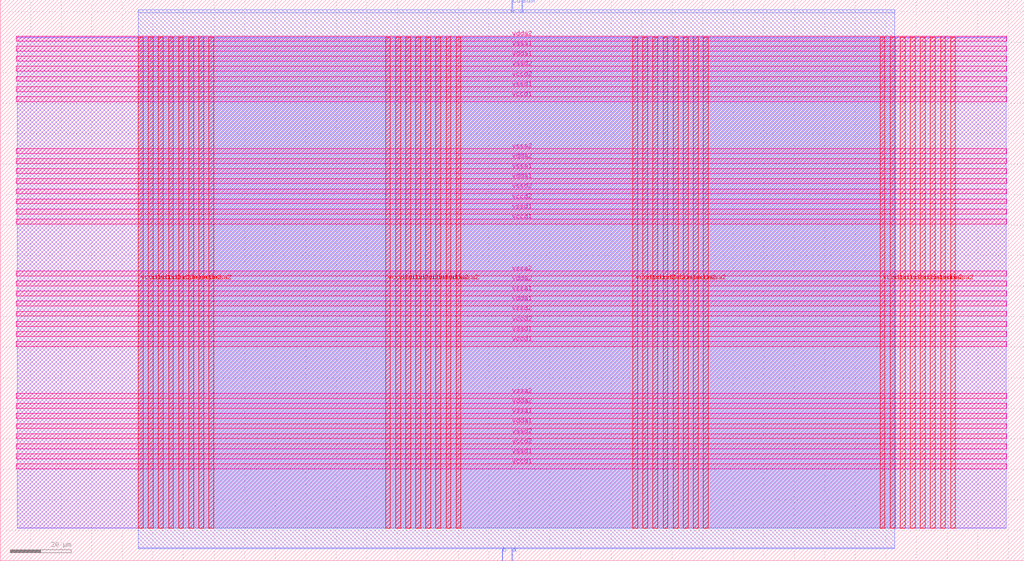
<source format=lef>
VERSION 5.7 ;
  NOWIREEXTENSIONATPIN ON ;
  DIVIDERCHAR "/" ;
  BUSBITCHARS "[]" ;
MACRO fa
  CLASS BLOCK ;
  FOREIGN fa ;
  ORIGIN 0.000 0.000 ;
  SIZE 335.230 BY 183.855 ;
  PIN a
    DIRECTION INPUT ;
    USE SIGNAL ;
    ANTENNAGATEAREA 0.196500 ;
    PORT
      LAYER met2 ;
        RECT 167.530 0.000 167.810 4.000 ;
    END
  END a
  PIN b
    DIRECTION INPUT ;
    USE SIGNAL ;
    ANTENNAGATEAREA 0.196500 ;
    PORT
      LAYER met2 ;
        RECT 164.310 0.000 164.590 4.000 ;
    END
  END b
  PIN co
    DIRECTION OUTPUT TRISTATE ;
    USE SIGNAL ;
    ANTENNADIFFAREA 0.795200 ;
    PORT
      LAYER met2 ;
        RECT 167.530 179.855 167.810 183.855 ;
    END
  END co
  PIN sum
    DIRECTION OUTPUT TRISTATE ;
    USE SIGNAL ;
    ANTENNADIFFAREA 0.795200 ;
    PORT
      LAYER met2 ;
        RECT 170.750 179.855 171.030 183.855 ;
    END
  END sum
  PIN vccd1
    DIRECTION INOUT ;
    USE POWER ;
    PORT
      LAYER met4 ;
        RECT 45.200 10.640 46.800 171.600 ;
    END
    PORT
      LAYER met4 ;
        RECT 126.160 10.640 127.760 171.600 ;
    END
    PORT
      LAYER met4 ;
        RECT 207.120 10.640 208.720 171.600 ;
    END
    PORT
      LAYER met4 ;
        RECT 288.080 10.640 289.680 171.600 ;
    END
    PORT
      LAYER met5 ;
        RECT 5.280 30.140 329.600 31.740 ;
    END
    PORT
      LAYER met5 ;
        RECT 5.280 70.260 329.600 71.860 ;
    END
    PORT
      LAYER met5 ;
        RECT 5.280 110.380 329.600 111.980 ;
    END
    PORT
      LAYER met5 ;
        RECT 5.280 150.500 329.600 152.100 ;
    END
  END vccd1
  PIN vccd2
    DIRECTION INOUT ;
    USE POWER ;
    PORT
      LAYER met4 ;
        RECT 51.800 10.640 53.400 171.600 ;
    END
    PORT
      LAYER met4 ;
        RECT 132.760 10.640 134.360 171.600 ;
    END
    PORT
      LAYER met4 ;
        RECT 213.720 10.640 215.320 171.600 ;
    END
    PORT
      LAYER met4 ;
        RECT 294.680 10.640 296.280 171.600 ;
    END
    PORT
      LAYER met5 ;
        RECT 5.280 36.740 329.600 38.340 ;
    END
    PORT
      LAYER met5 ;
        RECT 5.280 76.860 329.600 78.460 ;
    END
    PORT
      LAYER met5 ;
        RECT 5.280 116.980 329.600 118.580 ;
    END
    PORT
      LAYER met5 ;
        RECT 5.280 157.100 329.600 158.700 ;
    END
  END vccd2
  PIN vdda1
    DIRECTION INOUT ;
    USE POWER ;
    PORT
      LAYER met4 ;
        RECT 58.400 10.640 60.000 171.600 ;
    END
    PORT
      LAYER met4 ;
        RECT 139.360 10.640 140.960 171.600 ;
    END
    PORT
      LAYER met4 ;
        RECT 220.320 10.640 221.920 171.600 ;
    END
    PORT
      LAYER met4 ;
        RECT 301.280 10.640 302.880 171.600 ;
    END
    PORT
      LAYER met5 ;
        RECT 5.280 43.340 329.600 44.940 ;
    END
    PORT
      LAYER met5 ;
        RECT 5.280 83.460 329.600 85.060 ;
    END
    PORT
      LAYER met5 ;
        RECT 5.280 123.580 329.600 125.180 ;
    END
    PORT
      LAYER met5 ;
        RECT 5.280 163.700 329.600 165.300 ;
    END
  END vdda1
  PIN vdda2
    DIRECTION INOUT ;
    USE POWER ;
    PORT
      LAYER met4 ;
        RECT 65.000 10.640 66.600 171.900 ;
    END
    PORT
      LAYER met4 ;
        RECT 145.960 10.640 147.560 171.900 ;
    END
    PORT
      LAYER met4 ;
        RECT 226.920 10.640 228.520 171.900 ;
    END
    PORT
      LAYER met4 ;
        RECT 307.880 10.640 309.480 171.900 ;
    END
    PORT
      LAYER met5 ;
        RECT 5.280 49.940 329.600 51.540 ;
    END
    PORT
      LAYER met5 ;
        RECT 5.280 90.060 329.600 91.660 ;
    END
    PORT
      LAYER met5 ;
        RECT 5.280 130.180 329.600 131.780 ;
    END
    PORT
      LAYER met5 ;
        RECT 5.280 170.300 329.600 171.900 ;
    END
  END vdda2
  PIN vssa1
    DIRECTION INOUT ;
    USE GROUND ;
    PORT
      LAYER met4 ;
        RECT 61.700 10.640 63.300 171.600 ;
    END
    PORT
      LAYER met4 ;
        RECT 142.660 10.640 144.260 171.600 ;
    END
    PORT
      LAYER met4 ;
        RECT 223.620 10.640 225.220 171.600 ;
    END
    PORT
      LAYER met4 ;
        RECT 304.580 10.640 306.180 171.600 ;
    END
    PORT
      LAYER met5 ;
        RECT 5.280 46.640 329.600 48.240 ;
    END
    PORT
      LAYER met5 ;
        RECT 5.280 86.760 329.600 88.360 ;
    END
    PORT
      LAYER met5 ;
        RECT 5.280 126.880 329.600 128.480 ;
    END
    PORT
      LAYER met5 ;
        RECT 5.280 167.000 329.600 168.600 ;
    END
  END vssa1
  PIN vssa2
    DIRECTION INOUT ;
    USE GROUND ;
    PORT
      LAYER met4 ;
        RECT 68.300 10.640 69.900 171.600 ;
    END
    PORT
      LAYER met4 ;
        RECT 149.260 10.640 150.860 171.600 ;
    END
    PORT
      LAYER met4 ;
        RECT 230.220 10.640 231.820 171.600 ;
    END
    PORT
      LAYER met4 ;
        RECT 311.180 10.640 312.780 171.600 ;
    END
    PORT
      LAYER met5 ;
        RECT 5.280 53.240 329.600 54.840 ;
    END
    PORT
      LAYER met5 ;
        RECT 5.280 93.360 329.600 94.960 ;
    END
    PORT
      LAYER met5 ;
        RECT 5.280 133.480 329.600 135.080 ;
    END
  END vssa2
  PIN vssd1
    DIRECTION INOUT ;
    USE GROUND ;
    PORT
      LAYER met4 ;
        RECT 48.500 10.640 50.100 171.600 ;
    END
    PORT
      LAYER met4 ;
        RECT 129.460 10.640 131.060 171.600 ;
    END
    PORT
      LAYER met4 ;
        RECT 210.420 10.640 212.020 171.600 ;
    END
    PORT
      LAYER met4 ;
        RECT 291.380 10.640 292.980 171.600 ;
    END
    PORT
      LAYER met5 ;
        RECT 5.280 33.440 329.600 35.040 ;
    END
    PORT
      LAYER met5 ;
        RECT 5.280 73.560 329.600 75.160 ;
    END
    PORT
      LAYER met5 ;
        RECT 5.280 113.680 329.600 115.280 ;
    END
    PORT
      LAYER met5 ;
        RECT 5.280 153.800 329.600 155.400 ;
    END
  END vssd1
  PIN vssd2
    DIRECTION INOUT ;
    USE GROUND ;
    PORT
      LAYER met4 ;
        RECT 55.100 10.640 56.700 171.600 ;
    END
    PORT
      LAYER met4 ;
        RECT 136.060 10.640 137.660 171.600 ;
    END
    PORT
      LAYER met4 ;
        RECT 217.020 10.640 218.620 171.600 ;
    END
    PORT
      LAYER met4 ;
        RECT 297.980 10.640 299.580 171.600 ;
    END
    PORT
      LAYER met5 ;
        RECT 5.280 40.040 329.600 41.640 ;
    END
    PORT
      LAYER met5 ;
        RECT 5.280 80.160 329.600 81.760 ;
    END
    PORT
      LAYER met5 ;
        RECT 5.280 120.280 329.600 121.880 ;
    END
    PORT
      LAYER met5 ;
        RECT 5.280 160.400 329.600 162.000 ;
    END
  END vssd2
  OBS
      LAYER li1 ;
        RECT 5.520 10.795 329.360 171.445 ;
      LAYER met1 ;
        RECT 5.520 10.640 329.360 171.600 ;
      LAYER met2 ;
        RECT 45.230 179.575 167.250 180.610 ;
        RECT 168.090 179.575 170.470 180.610 ;
        RECT 171.310 179.575 292.950 180.610 ;
        RECT 45.230 4.280 292.950 179.575 ;
        RECT 45.230 4.000 164.030 4.280 ;
        RECT 164.870 4.000 167.250 4.280 ;
        RECT 168.090 4.000 292.950 4.280 ;
      LAYER met3 ;
        RECT 45.210 10.715 292.970 171.525 ;
  END
END fa
END LIBRARY


</source>
